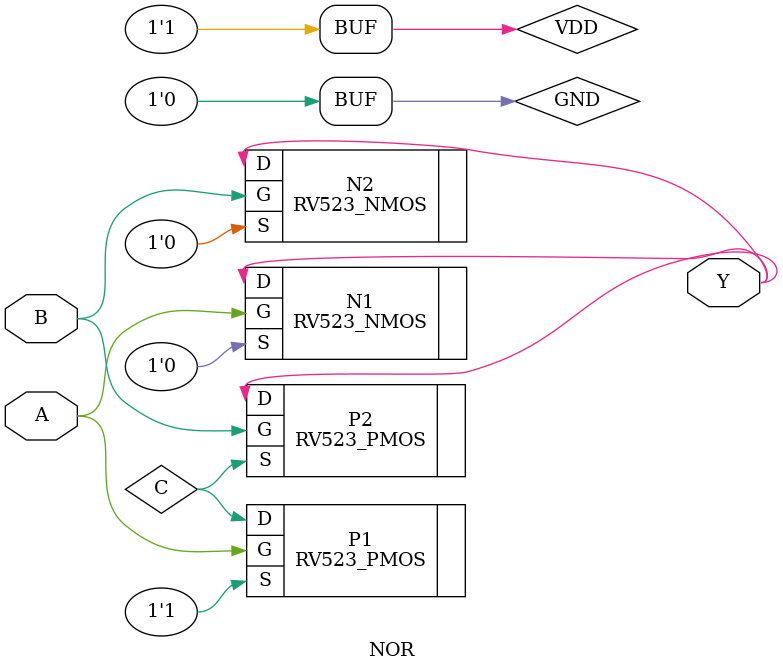
<source format=v>
(* pins = "-,A,B,-,Y" *)
module NOR(
    output Y,
    input A,
    input B,
);
    supply1 VDD;
    supply0 GND;
    wire C;

    RV523_NMOS N1(
        .S(GND),
        .D(Y),
        .G(A)
    );
    RV523_NMOS N2(
        .S(GND),
        .D(Y),
        .G(B)
    );
    RV523_PMOS P1(
        .S(VDD),
        .D(C),
        .G(A)
    );
    RV523_PMOS P2(
        .S(C),
        .D(Y),
        .G(B)
    );
endmodule
</source>
